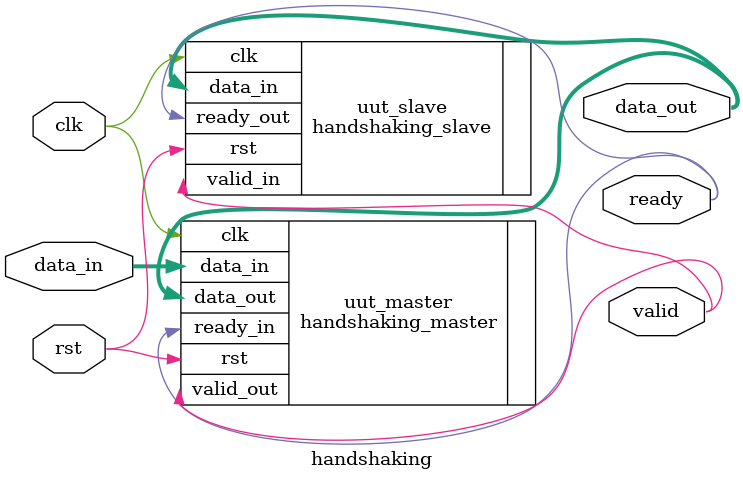
<source format=v>
module handshaking (
    input clk,
    input rst,
    input [7:0] data_in,
    output [7:0] data_out,
    output valid,
    output ready
);

    handshaking_master uut_master(
        .clk (clk),
        .rst (rst),
        .data_in (data_in),
        .data_out (data_out),
        .valid_out (valid),
        .ready_in (ready)
    );

    handshaking_slave uut_slave(
        .clk (clk),
        .rst (rst),
        .data_in (data_out),
        .valid_in (valid),
        .ready_out (ready)
    );
    
endmodule
</source>
